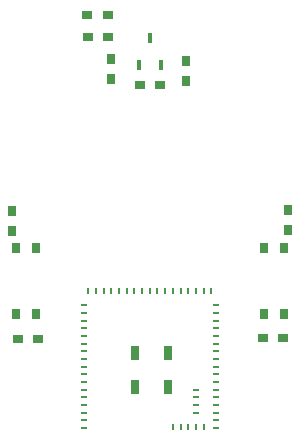
<source format=gbr>
G04 DipTrace 3.2.0.1*
G04 BottomPaste.gbr*
%MOMM*%
G04 #@! TF.FileFunction,Paste,Bot*
G04 #@! TF.Part,Single*
%ADD48R,0.8X1.3*%
%ADD50R,0.6X0.15*%
%ADD52R,0.15X0.6*%
%ADD54R,0.75X0.9*%
%ADD68R,0.45X0.85*%
%ADD76R,0.8X0.9*%
%ADD80R,0.9X0.8*%
%FSLAX35Y35*%
G04*
G71*
G90*
G75*
G01*
G04 BotPaste*
%LPD*%
D80*
X-358043Y2587177D3*
X-528043D3*
D76*
X-325463Y2042887D3*
Y2212887D3*
X1168487Y763620D3*
Y933620D3*
X-1167770Y929203D3*
Y759203D3*
D68*
X95200Y2167190D3*
X-94800D3*
X200Y2397190D3*
D80*
X-526863Y2405080D3*
X-356863D3*
D76*
X306373Y2199010D3*
Y2029010D3*
D80*
X87150Y1991823D3*
X-82850D3*
X1126237Y-144770D3*
X956237D3*
X-944417Y-158057D3*
X-1114417D3*
D54*
X965000Y612500D3*
X1135000D3*
X965000Y57500D3*
X1135000D3*
X-1135000Y612500D3*
X-965000D3*
X-1135000Y57500D3*
X-965000D3*
D52*
X0Y250000D3*
X65000D3*
X130000D3*
X195000D3*
X260000D3*
X325000D3*
X390000D3*
X455000D3*
X520000D3*
X-65000D3*
X-130000D3*
X-195000D3*
X-260000D3*
X-325000D3*
X-390000D3*
X-455000D3*
X-520000D3*
D50*
X-560000Y130000D3*
Y65000D3*
Y0D3*
Y-65000D3*
Y-130000D3*
Y-195000D3*
Y-260000D3*
Y-325000D3*
Y-390000D3*
Y-455000D3*
Y-520000D3*
Y-585000D3*
Y-650000D3*
Y-715000D3*
Y-780000D3*
Y-845000D3*
Y-910000D3*
X560000Y130000D3*
Y65000D3*
Y0D3*
Y-65000D3*
Y-130000D3*
Y-195000D3*
Y-260000D3*
Y-325000D3*
Y-390000D3*
Y-455000D3*
Y-520000D3*
Y-585000D3*
Y-650000D3*
Y-715000D3*
Y-780000D3*
Y-845000D3*
Y-910000D3*
X390000Y-780000D3*
Y-715000D3*
Y-650000D3*
Y-585000D3*
D52*
X455000Y-900000D3*
X390000D3*
X325000D3*
X260000D3*
X195000D3*
D48*
X155000Y-275000D3*
X-125000D3*
Y-560000D3*
X155000D3*
M02*

</source>
